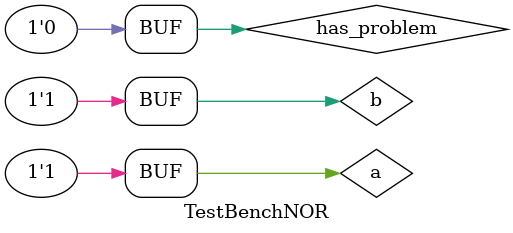
<source format=v>
module TestBenchNOR(
);
    reg a,b;
    reg has_problem=0;
    initial begin
    
        a=0;
        b=0;
        #10
        if (x.ans !==1)begin
            has_problem=1;
            $display("have problem on calc 0 0");
            end
       
        a=1;
        b=0;
        #10
        if (x.ans !==0)begin
            has_problem=1;
            $display("have problem on calc 1 0");
            end
       
        a=0;
        b=1;
        #10
        if (x.ans !==0)begin
            has_problem=1;
            $display("have problem on calc 0 1");
            end
            
        a=1;
        b=1;
        #10
        if (x.ans !==0)begin
            has_problem=1;
            $display("have problem on calc 1 1");
            end
            
        if (has_problem === 0)
            $display("everything is ok");  
            
    end
    
    NOR x(.A(a),.B(b),.ans());
endmodule
</source>
